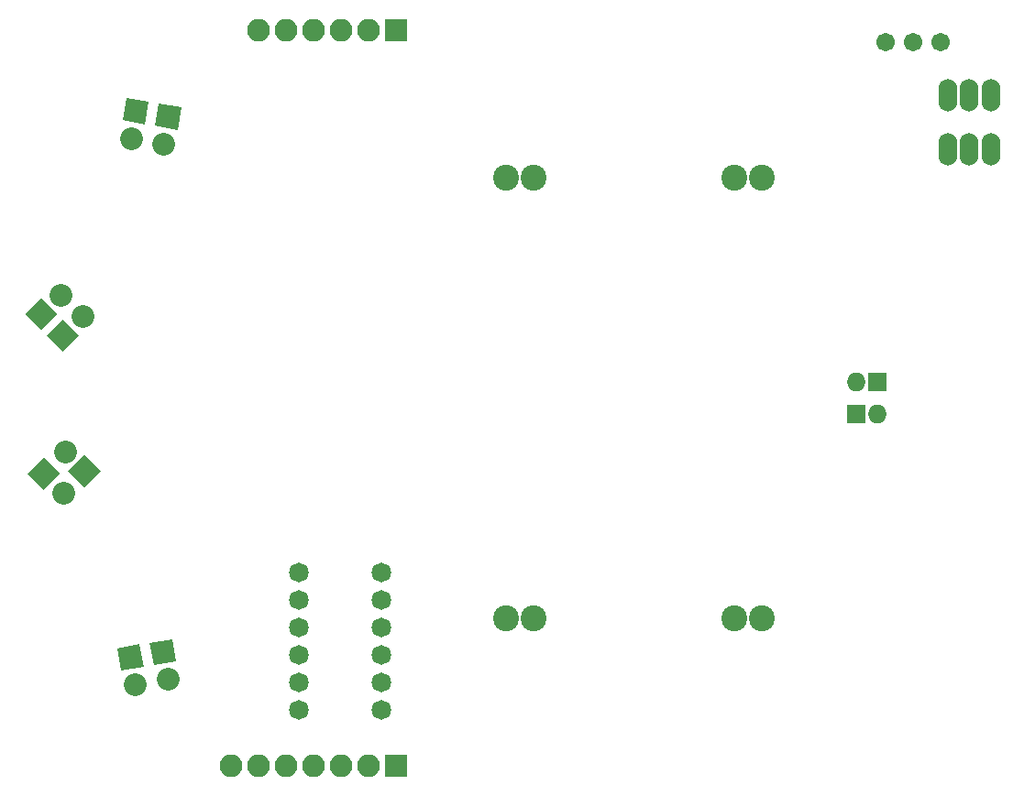
<source format=gbs>
G04 #@! TF.FileFunction,Soldermask,Bot*
%FSLAX46Y46*%
G04 Gerber Fmt 4.6, Leading zero omitted, Abs format (unit mm)*
G04 Created by KiCad (PCBNEW 4.0.6) date 03/30/17 05:01:34*
%MOMM*%
%LPD*%
G01*
G04 APERTURE LIST*
%ADD10C,0.100000*%
%ADD11C,1.708000*%
%ADD12O,1.708000X3.016000*%
%ADD13C,1.822400*%
%ADD14C,2.100000*%
%ADD15R,2.100000X2.100000*%
%ADD16O,2.100000X2.100000*%
%ADD17R,1.750000X1.750000*%
%ADD18O,1.750000X1.750000*%
%ADD19C,2.400000*%
G04 APERTURE END LIST*
D10*
D11*
X227330000Y-57150000D03*
X224790000Y-57150000D03*
X222250000Y-57150000D03*
D12*
X231972500Y-67047500D03*
X229972500Y-67047500D03*
X227972500Y-67047500D03*
X231972500Y-62047500D03*
X229972500Y-62047500D03*
X227972500Y-62047500D03*
D13*
X168090000Y-108690000D03*
X168090000Y-106150000D03*
X175710000Y-106150000D03*
X175710000Y-111230000D03*
X175710000Y-118850000D03*
X168090000Y-111230000D03*
X175710000Y-116310000D03*
X168090000Y-118850000D03*
X175710000Y-108690000D03*
X168090000Y-113770000D03*
X175710000Y-113770000D03*
X168090000Y-116310000D03*
D10*
G36*
X154648282Y-114716379D02*
X154283621Y-112648282D01*
X156351718Y-112283621D01*
X156716379Y-114351718D01*
X154648282Y-114716379D01*
X154648282Y-114716379D01*
G37*
D14*
X155941066Y-116001412D02*
X155941066Y-116001412D01*
D10*
G36*
X148250000Y-95265076D02*
X149734924Y-96750000D01*
X148250000Y-98234924D01*
X146765076Y-96750000D01*
X148250000Y-95265076D01*
X148250000Y-95265076D01*
G37*
D14*
X146453949Y-94953949D02*
X146453949Y-94953949D01*
D10*
G36*
X147734924Y-84250000D02*
X146250000Y-85734924D01*
X144765076Y-84250000D01*
X146250000Y-82765076D01*
X147734924Y-84250000D01*
X147734924Y-84250000D01*
G37*
D14*
X148046051Y-82453949D02*
X148046051Y-82453949D01*
D10*
G36*
X154783621Y-64851718D02*
X155148282Y-62783621D01*
X157216379Y-63148282D01*
X156851718Y-65216379D01*
X154783621Y-64851718D01*
X154783621Y-64851718D01*
G37*
D14*
X155558934Y-66501412D02*
X155558934Y-66501412D01*
D10*
G36*
X151648282Y-115216379D02*
X151283621Y-113148282D01*
X153351718Y-112783621D01*
X153716379Y-114851718D01*
X151648282Y-115216379D01*
X151648282Y-115216379D01*
G37*
D14*
X152941066Y-116501412D02*
X152941066Y-116501412D01*
D10*
G36*
X144500000Y-98484924D02*
X143015076Y-97000000D01*
X144500000Y-95515076D01*
X145984924Y-97000000D01*
X144500000Y-98484924D01*
X144500000Y-98484924D01*
G37*
D14*
X146296051Y-98796051D02*
X146296051Y-98796051D01*
D10*
G36*
X145734924Y-82250000D02*
X144250000Y-83734924D01*
X142765076Y-82250000D01*
X144250000Y-80765076D01*
X145734924Y-82250000D01*
X145734924Y-82250000D01*
G37*
D14*
X146046051Y-80453949D02*
X146046051Y-80453949D01*
D10*
G36*
X151783621Y-64351718D02*
X152148282Y-62283621D01*
X154216379Y-62648282D01*
X153851718Y-64716379D01*
X151783621Y-64351718D01*
X151783621Y-64351718D01*
G37*
D14*
X152558934Y-66001412D02*
X152558934Y-66001412D01*
D15*
X177000000Y-56000000D03*
D16*
X174460000Y-56000000D03*
X171920000Y-56000000D03*
X169380000Y-56000000D03*
X166840000Y-56000000D03*
X164300000Y-56000000D03*
D17*
X219500000Y-91500000D03*
D18*
X221500000Y-91500000D03*
D17*
X221500000Y-88500000D03*
D18*
X219500000Y-88500000D03*
D19*
X208270000Y-110375000D03*
X210810000Y-110375000D03*
X189730000Y-110375000D03*
X187190000Y-110375000D03*
X189730000Y-69625000D03*
X187190000Y-69625000D03*
X208270000Y-69625000D03*
X210810000Y-69625000D03*
D15*
X177000000Y-124000000D03*
D16*
X174460000Y-124000000D03*
X171920000Y-124000000D03*
X169380000Y-124000000D03*
X166840000Y-124000000D03*
X164300000Y-124000000D03*
X161760000Y-124000000D03*
M02*

</source>
